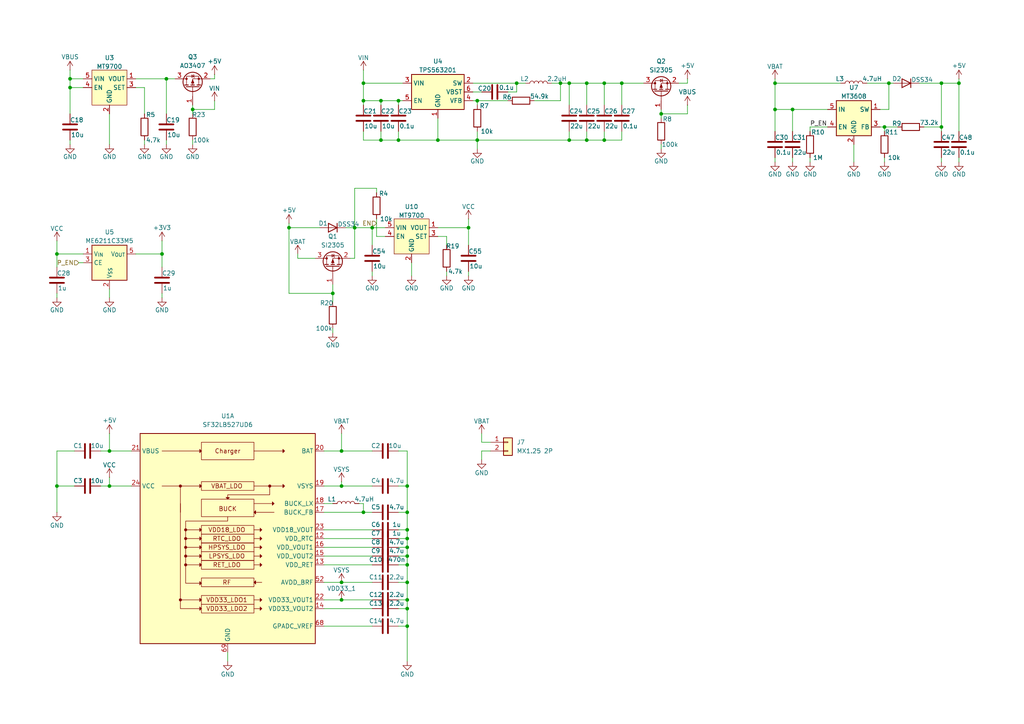
<source format=kicad_sch>
(kicad_sch (version 20231120) (generator "eeschema") (generator_version "8.0")
  (paper "A4")
  (junction (at 229.87 31.75))
  (junction (at 48.26 22.86))
  (junction (at 170.18 40.64))
  (junction (at 46.99 73.66))
  (junction (at 149.86 24.13))
  (junction (at 165.1 24.13))
  (junction (at 105.41 24.13))
  (junction (at 105.41 148.59))
  (junction (at 110.49 40.64))
  (junction (at 16.51 140.97))
  (junction (at 31.75 140.97))
  (junction (at 55.88 31.75))
  (junction (at 115.57 29.21))
  (junction (at 96.52 85.09))
  (junction (at 118.11 163.83))
  (junction (at 115.57 40.64))
  (junction (at 191.77 33.02))
  (junction (at 127 40.64))
  (junction (at 162.56 24.13))
  (junction (at 170.18 24.13))
  (junction (at 99.06 130.81))
  (junction (at 118.11 176.53))
  (junction (at 180.34 24.13))
  (junction (at 175.26 40.64))
  (junction (at 107.95 66.04))
  (junction (at 118.11 181.61))
  (junction (at 138.43 29.21))
  (junction (at 99.06 140.97))
  (junction (at 118.11 148.59))
  (junction (at 224.79 24.13))
  (junction (at 165.1 40.64))
  (junction (at 118.11 168.91))
  (junction (at 20.32 25.4))
  (junction (at 118.11 153.67))
  (junction (at 118.11 140.97))
  (junction (at 99.06 168.91))
  (junction (at 118.11 158.75))
  (junction (at 99.06 173.99))
  (junction (at 256.54 36.83))
  (junction (at 83.82 66.04))
  (junction (at 118.11 156.21))
  (junction (at 102.87 66.04))
  (junction (at 138.43 40.64))
  (junction (at 273.05 36.83))
  (junction (at 135.89 66.04))
  (junction (at 31.75 130.81))
  (junction (at 105.41 29.21))
  (junction (at 278.13 24.13))
  (junction (at 257.81 24.13))
  (junction (at 110.49 29.21))
  (junction (at 118.11 173.99))
  (junction (at 118.11 161.29))
  (junction (at 20.32 22.86))
  (junction (at 175.26 24.13))
  (junction (at 273.05 24.13))
  (junction (at 224.79 31.75))
  (junction (at 16.51 73.66))
  (wire (pts (xy 102.87 54.61) (xy 102.87 66.04)))
  (wire (pts (xy 234.95 36.83) (xy 240.03 36.83)))
  (wire (pts (xy 199.39 24.13) (xy 196.85 24.13)))
  (wire (pts (xy 147.32 26.67) (xy 149.86 26.67)))
  (wire (pts (xy 66.04 189.23) (xy 66.04 191.77)))
  (wire (pts (xy 135.89 63.5) (xy 135.89 66.04)))
  (wire (pts (xy 20.32 25.4) (xy 24.13 25.4)))
  (wire (pts (xy 102.87 66.04) (xy 102.87 74.93)))
  (wire (pts (xy 105.41 24.13) (xy 116.84 24.13)))
  (wire (pts (xy 118.11 153.67) (xy 118.11 156.21)))
  (wire (pts (xy 93.98 173.99) (xy 99.06 173.99)))
  (wire (pts (xy 127 68.58) (xy 129.54 68.58)))
  (wire (pts (xy 115.57 173.99) (xy 118.11 173.99)))
  (wire (pts (xy 116.84 29.21) (xy 115.57 29.21)))
  (wire (pts (xy 115.57 176.53) (xy 118.11 176.53)))
  (wire (pts (xy 138.43 29.21) (xy 147.32 29.21)))
  (wire (pts (xy 21.59 130.81) (xy 16.51 130.81)))
  (wire (pts (xy 105.41 38.1) (xy 105.41 40.64)))
  (wire (pts (xy 138.43 29.21) (xy 137.16 29.21)))
  (wire (pts (xy 46.99 73.66) (xy 46.99 77.47)))
  (wire (pts (xy 255.27 31.75) (xy 257.81 31.75)))
  (wire (pts (xy 180.34 24.13) (xy 180.34 30.48)))
  (wire (pts (xy 115.57 181.61) (xy 118.11 181.61)))
  (wire (pts (xy 170.18 24.13) (xy 165.1 24.13)))
  (wire (pts (xy 191.77 41.91) (xy 191.77 43.18)))
  (wire (pts (xy 105.41 40.64) (xy 110.49 40.64)))
  (wire (pts (xy 278.13 22.86) (xy 278.13 24.13)))
  (wire (pts (xy 138.43 38.1) (xy 138.43 40.64)))
  (wire (pts (xy 199.39 22.86) (xy 199.39 24.13)))
  (wire (pts (xy 110.49 40.64) (xy 115.57 40.64)))
  (wire (pts (xy 137.16 26.67) (xy 139.7 26.67)))
  (wire (pts (xy 83.82 66.04) (xy 92.71 66.04)))
  (wire (pts (xy 91.44 74.93) (xy 86.36 74.93)))
  (wire (pts (xy 273.05 24.13) (xy 266.7 24.13)))
  (wire (pts (xy 99.06 139.7) (xy 99.06 140.97)))
  (wire (pts (xy 104.14 146.05) (xy 105.41 146.05)))
  (wire (pts (xy 46.99 69.85) (xy 46.99 73.66)))
  (wire (pts (xy 170.18 24.13) (xy 170.18 30.48)))
  (wire (pts (xy 38.1 130.81) (xy 31.75 130.81)))
  (wire (pts (xy 165.1 38.1) (xy 165.1 40.64)))
  (wire (pts (xy 127 34.29) (xy 127 40.64)))
  (wire (pts (xy 115.57 158.75) (xy 118.11 158.75)))
  (wire (pts (xy 115.57 161.29) (xy 118.11 161.29)))
  (wire (pts (xy 93.98 176.53) (xy 107.95 176.53)))
  (wire (pts (xy 102.87 66.04) (xy 107.95 66.04)))
  (wire (pts (xy 99.06 168.91) (xy 107.95 168.91)))
  (wire (pts (xy 115.57 153.67) (xy 118.11 153.67)))
  (wire (pts (xy 31.75 138.43) (xy 31.75 140.97)))
  (wire (pts (xy 273.05 45.72) (xy 273.05 46.99)))
  (wire (pts (xy 109.22 55.88) (xy 109.22 54.61)))
  (wire (pts (xy 224.79 24.13) (xy 224.79 22.86)))
  (wire (pts (xy 93.98 146.05) (xy 96.52 146.05)))
  (wire (pts (xy 115.57 130.81) (xy 118.11 130.81)))
  (wire (pts (xy 278.13 45.72) (xy 278.13 46.99)))
  (wire (pts (xy 86.36 74.93) (xy 86.36 73.66)))
  (wire (pts (xy 273.05 36.83) (xy 273.05 24.13)))
  (wire (pts (xy 118.11 148.59) (xy 118.11 153.67)))
  (wire (pts (xy 138.43 40.64) (xy 165.1 40.64)))
  (wire (pts (xy 39.37 73.66) (xy 46.99 73.66)))
  (wire (pts (xy 93.98 156.21) (xy 107.95 156.21)))
  (wire (pts (xy 83.82 64.77) (xy 83.82 66.04)))
  (wire (pts (xy 39.37 22.86) (xy 48.26 22.86)))
  (wire (pts (xy 224.79 31.75) (xy 229.87 31.75)))
  (wire (pts (xy 96.52 82.55) (xy 96.52 85.09)))
  (wire (pts (xy 31.75 125.73) (xy 31.75 130.81)))
  (wire (pts (xy 118.11 181.61) (xy 118.11 191.77)))
  (wire (pts (xy 118.11 163.83) (xy 118.11 168.91)))
  (wire (pts (xy 229.87 31.75) (xy 229.87 38.1)))
  (wire (pts (xy 154.94 29.21) (xy 162.56 29.21)))
  (wire (pts (xy 110.49 29.21) (xy 105.41 29.21)))
  (wire (pts (xy 162.56 24.13) (xy 160.02 24.13)))
  (wire (pts (xy 175.26 24.13) (xy 175.26 30.48)))
  (wire (pts (xy 109.22 68.58) (xy 111.76 68.58)))
  (wire (pts (xy 99.06 130.81) (xy 107.95 130.81)))
  (wire (pts (xy 115.57 156.21) (xy 118.11 156.21)))
  (wire (pts (xy 20.32 40.64) (xy 20.32 41.91)))
  (wire (pts (xy 257.81 31.75) (xy 257.81 24.13)))
  (wire (pts (xy 127 40.64) (xy 138.43 40.64)))
  (wire (pts (xy 118.11 168.91) (xy 118.11 173.99)))
  (wire (pts (xy 93.98 153.67) (xy 107.95 153.67)))
  (wire (pts (xy 16.51 73.66) (xy 16.51 69.85)))
  (wire (pts (xy 119.38 76.2) (xy 119.38 80.01)))
  (wire (pts (xy 224.79 45.72) (xy 224.79 46.99)))
  (wire (pts (xy 48.26 22.86) (xy 50.8 22.86)))
  (wire (pts (xy 16.51 140.97) (xy 21.59 140.97)))
  (wire (pts (xy 256.54 36.83) (xy 256.54 38.1)))
  (wire (pts (xy 105.41 29.21) (xy 105.41 24.13)))
  (wire (pts (xy 20.32 20.32) (xy 20.32 22.86)))
  (wire (pts (xy 256.54 36.83) (xy 260.35 36.83)))
  (wire (pts (xy 162.56 29.21) (xy 162.56 24.13)))
  (wire (pts (xy 165.1 24.13) (xy 165.1 30.48)))
  (wire (pts (xy 20.32 22.86) (xy 24.13 22.86)))
  (wire (pts (xy 224.79 24.13) (xy 243.84 24.13)))
  (wire (pts (xy 110.49 29.21) (xy 110.49 30.48)))
  (wire (pts (xy 96.52 85.09) (xy 96.52 87.63)))
  (wire (pts (xy 138.43 40.64) (xy 138.43 43.18)))
  (wire (pts (xy 105.41 146.05) (xy 105.41 148.59)))
  (wire (pts (xy 165.1 40.64) (xy 170.18 40.64)))
  (wire (pts (xy 48.26 22.86) (xy 48.26 33.02)))
  (wire (pts (xy 110.49 38.1) (xy 110.49 40.64)))
  (wire (pts (xy 99.06 168.91) (xy 93.98 168.91)))
  (wire (pts (xy 115.57 29.21) (xy 115.57 30.48)))
  (wire (pts (xy 115.57 163.83) (xy 118.11 163.83)))
  (wire (pts (xy 255.27 36.83) (xy 256.54 36.83)))
  (wire (pts (xy 100.33 66.04) (xy 102.87 66.04)))
  (wire (pts (xy 138.43 30.48) (xy 138.43 29.21)))
  (wire (pts (xy 175.26 38.1) (xy 175.26 40.64)))
  (wire (pts (xy 149.86 26.67) (xy 149.86 24.13)))
  (wire (pts (xy 93.98 181.61) (xy 107.95 181.61)))
  (wire (pts (xy 129.54 68.58) (xy 129.54 71.12)))
  (wire (pts (xy 16.51 85.09) (xy 16.51 86.36)))
  (wire (pts (xy 234.95 36.83) (xy 234.95 38.1)))
  (wire (pts (xy 175.26 40.64) (xy 180.34 40.64)))
  (wire (pts (xy 247.65 41.91) (xy 247.65 46.99)))
  (wire (pts (xy 93.98 163.83) (xy 107.95 163.83)))
  (wire (pts (xy 180.34 24.13) (xy 175.26 24.13)))
  (wire (pts (xy 115.57 140.97) (xy 118.11 140.97)))
  (wire (pts (xy 149.86 24.13) (xy 137.16 24.13)))
  (wire (pts (xy 93.98 130.81) (xy 99.06 130.81)))
  (wire (pts (xy 118.11 130.81) (xy 118.11 140.97)))
  (wire (pts (xy 22.86 76.2) (xy 24.13 76.2)))
  (wire (pts (xy 31.75 83.82) (xy 31.75 86.36)))
  (wire (pts (xy 170.18 38.1) (xy 170.18 40.64)))
  (wire (pts (xy 118.11 140.97) (xy 118.11 148.59)))
  (wire (pts (xy 135.89 66.04) (xy 135.89 71.12)))
  (wire (pts (xy 267.97 36.83) (xy 273.05 36.83)))
  (wire (pts (xy 191.77 31.75) (xy 191.77 33.02)))
  (wire (pts (xy 46.99 85.09) (xy 46.99 86.36)))
  (wire (pts (xy 118.11 156.21) (xy 118.11 158.75)))
  (wire (pts (xy 165.1 24.13) (xy 162.56 24.13)))
  (wire (pts (xy 99.06 140.97) (xy 107.95 140.97)))
  (wire (pts (xy 273.05 36.83) (xy 273.05 38.1)))
  (wire (pts (xy 180.34 38.1) (xy 180.34 40.64)))
  (wire (pts (xy 109.22 63.5) (xy 109.22 68.58)))
  (wire (pts (xy 142.24 128.27) (xy 139.7 128.27)))
  (wire (pts (xy 41.91 25.4) (xy 41.91 33.02)))
  (wire (pts (xy 115.57 40.64) (xy 127 40.64)))
  (wire (pts (xy 129.54 78.74) (xy 129.54 80.01)))
  (wire (pts (xy 55.88 31.75) (xy 55.88 33.02)))
  (wire (pts (xy 180.34 24.13) (xy 186.69 24.13)))
  (wire (pts (xy 118.11 158.75) (xy 118.11 161.29)))
  (wire (pts (xy 62.23 29.21) (xy 62.23 31.75)))
  (wire (pts (xy 256.54 45.72) (xy 256.54 46.99)))
  (wire (pts (xy 20.32 25.4) (xy 20.32 33.02)))
  (wire (pts (xy 115.57 168.91) (xy 118.11 168.91)))
  (wire (pts (xy 107.95 66.04) (xy 111.76 66.04)))
  (wire (pts (xy 107.95 66.04) (xy 107.95 71.12)))
  (wire (pts (xy 105.41 29.21) (xy 105.41 30.48)))
  (wire (pts (xy 55.88 40.64) (xy 55.88 41.91)))
  (wire (pts (xy 55.88 30.48) (xy 55.88 31.75)))
  (wire (pts (xy 139.7 128.27) (xy 139.7 125.73)))
  (wire (pts (xy 93.98 140.97) (xy 99.06 140.97)))
  (wire (pts (xy 93.98 161.29) (xy 107.95 161.29)))
  (wire (pts (xy 83.82 66.04) (xy 83.82 85.09)))
  (wire (pts (xy 142.24 130.81) (xy 139.7 130.81)))
  (wire (pts (xy 99.06 125.73) (xy 99.06 130.81)))
  (wire (pts (xy 96.52 95.25) (xy 96.52 96.52)))
  (wire (pts (xy 118.11 173.99) (xy 118.11 176.53)))
  (wire (pts (xy 48.26 40.64) (xy 48.26 41.91)))
  (wire (pts (xy 83.82 85.09) (xy 96.52 85.09)))
  (wire (pts (xy 105.41 20.32) (xy 105.41 24.13)))
  (wire (pts (xy 229.87 46.99) (xy 229.87 45.72)))
  (wire (pts (xy 109.22 54.61) (xy 102.87 54.61)))
  (wire (pts (xy 175.26 24.13) (xy 170.18 24.13)))
  (wire (pts (xy 62.23 21.59) (xy 62.23 22.86)))
  (wire (pts (xy 257.81 24.13) (xy 259.08 24.13)))
  (wire (pts (xy 170.18 40.64) (xy 175.26 40.64)))
  (wire (pts (xy 38.1 140.97) (xy 31.75 140.97)))
  (wire (pts (xy 16.51 73.66) (xy 16.51 77.47)))
  (wire (pts (xy 55.88 31.75) (xy 62.23 31.75)))
  (wire (pts (xy 115.57 29.21) (xy 110.49 29.21)))
  (wire (pts (xy 99.06 173.99) (xy 107.95 173.99)))
  (wire (pts (xy 29.21 130.81) (xy 31.75 130.81)))
  (wire (pts (xy 16.51 130.81) (xy 16.51 140.97)))
  (wire (pts (xy 135.89 78.74) (xy 135.89 80.01)))
  (wire (pts (xy 93.98 158.75) (xy 107.95 158.75)))
  (wire (pts (xy 127 66.04) (xy 135.89 66.04)))
  (wire (pts (xy 31.75 33.02) (xy 31.75 41.91)))
  (wire (pts (xy 234.95 45.72) (xy 234.95 46.99)))
  (wire (pts (xy 224.79 31.75) (xy 224.79 24.13)))
  (wire (pts (xy 139.7 130.81) (xy 139.7 133.35)))
  (wire (pts (xy 257.81 24.13) (xy 251.46 24.13)))
  (wire (pts (xy 115.57 148.59) (xy 118.11 148.59)))
  (wire (pts (xy 102.87 74.93) (xy 101.6 74.93)))
  (wire (pts (xy 118.11 176.53) (xy 118.11 181.61)))
  (wire (pts (xy 16.51 73.66) (xy 24.13 73.66)))
  (wire (pts (xy 105.41 148.59) (xy 93.98 148.59)))
  (wire (pts (xy 278.13 38.1) (xy 278.13 24.13)))
  (wire (pts (xy 118.11 161.29) (xy 118.11 163.83)))
  (wire (pts (xy 105.41 148.59) (xy 107.95 148.59)))
  (wire (pts (xy 278.13 24.13) (xy 273.05 24.13)))
  (wire (pts (xy 62.23 22.86) (xy 60.96 22.86)))
  (wire (pts (xy 191.77 33.02) (xy 199.39 33.02)))
  (wire (pts (xy 199.39 30.48) (xy 199.39 33.02)))
  (wire (pts (xy 149.86 24.13) (xy 152.4 24.13)))
  (wire (pts (xy 224.79 38.1) (xy 224.79 31.75)))
  (wire (pts (xy 39.37 25.4) (xy 41.91 25.4)))
  (wire (pts (xy 20.32 22.86) (xy 20.32 25.4)))
  (wire (pts (xy 240.03 31.75) (xy 229.87 31.75)))
  (wire (pts (xy 16.51 140.97) (xy 16.51 148.59)))
  (wire (pts (xy 29.21 140.97) (xy 31.75 140.97)))
  (wire (pts (xy 107.95 78.74) (xy 107.95 80.01)))
  (wire (pts (xy 41.91 40.64) (xy 41.91 41.91)))
  (wire (pts (xy 191.77 33.02) (xy 191.77 34.29)))
  (wire (pts (xy 115.57 38.1) (xy 115.57 40.64)))
  (label "P_EN" (at 234.95 36.83 0))
  (hierarchical_label "P_EN" (shape input) (at 22.86 76.2 180))
  (hierarchical_label "EN" (shape input) (at 109.22 64.77 180))
  (symbol (lib_id "Device:C") (at 46.99 81.28 0) (unit 1)
    (property "Reference" "C29" (at 46.99 79.248 0) (effects (justify left)))
    (property "Value" "1u" (at 47.244 83.566 0) (effects (justify left)))
    (property "Footprint" "Capacitor_SMD:C_0402_1005Metric" (effects (hide yes)))
    (property "Description" "Unpolarized capacitor" (effects (hide yes)))
    (property "耐压" "25V" (effects (hide yes)))
  )
  (symbol (lib_id "Regulator_Linear:ME6211C33M5") (at 31.75 76.2 0) (unit 1)
    (property "Reference" "U5" (at 31.75 67.31 0))
    (property "Value" "ME6211C33M5" (at 31.75 69.85 0))
    (property "Footprint" "Package_TO_SOT_SMD:SOT-23-5" (effects (hide yes)))
    (property "Datasheet" "https://www.lcsc.com/datasheet/lcsc_datasheet_2304140030_MICRONE-Nanjing-Micro-One-Elec-ME6211C33R5G_C235316.pdf" (effects (hide yes)))
    (property "Description" "500mA low dropout linear regulator, shutdown pin, 6.5V max input voltage, 3.3V fixed positive output, SOT-23-5" (effects (hide yes)))
  )
  (symbol (lib_id "Device:R") (at 151.13 29.21 90) (unit 1)
    (property "Reference" "R6" (at 147.066 28.194 90))
    (property "Value" "54.9k" (at 156.464 27.94 90))
    (property "Footprint" "Resistor_SMD:R_0402_1005Metric" (effects (hide yes)))
    (property "Description" "Resistor" (effects (hide yes)))
  )
  (symbol (lib_id "Transistor_FET:AO3401A") (at 55.88 25.4 90) (unit 1)
    (property "Reference" "Q3" (at 55.88 16.51 90))
    (property "Value" "AO3407" (at 55.88 19.05 90))
    (property "Footprint" "Package_TO_SOT_SMD:SOT-23" (effects (hide yes)))
    (property "Datasheet" "http://www.aosmd.com/pdfs/datasheet/AO3401A.pdf" (effects (hide yes)))
    (property "Description" "-4.0A Id, -30V Vds, P-Channel MOSFET, SOT-23" (effects (hide yes)))
  )
  (symbol (lib_id "power:GND") (at 278.13 46.99 0) (unit 1)
    (property "Reference" "#PWR060" (effects (hide yes)))
    (property "Value" "GND" (at 278.13 50.546 0))
    (property "Description" "Power symbol creates a global label with name \"GND\" , ground" (effects (hide yes)))
  )
  (symbol (lib_id "Device:C") (at 20.32 36.83 0) (unit 1)
    (property "Reference" "C18" (at 20.32 34.798 0) (effects (justify left)))
    (property "Value" "10u" (at 20.574 39.116 0) (effects (justify left)))
    (property "Footprint" "Capacitor_SMD:C_0402_1005Metric" (effects (hide yes)))
    (property "Description" "Unpolarized capacitor" (effects (hide yes)))
    (property "耐压" "10V" (effects (hide yes)))
  )
  (symbol (lib_id "Device:C") (at 111.76 156.21 90) (unit 1)
    (property "Reference" "C7" (at 108.966 154.686 90))
    (property "Value" "1u" (at 115.062 154.686 90))
    (property "Footprint" "Capacitor_SMD:C_0402_1005Metric" (effects (hide yes)))
    (property "Description" "Unpolarized capacitor" (effects (hide yes)))
    (property "耐压" "6.3V" (effects (hide yes)))
  )
  (symbol (lib_id "Regulator_Switching:MT3608") (at 247.65 34.29 0) (unit 1)
    (property "Reference" "U7" (at 247.65 25.4 0))
    (property "Value" "MT3608" (at 247.65 27.94 0))
    (property "Footprint" "Package_TO_SOT_SMD:SOT-23-6" (effects (hide yes)))
    (property "Datasheet" "https://www.olimex.com/Products/Breadboarding/BB-PWR-3608/resources/MT3608.pdf" (effects (hide yes)))
    (property "Description" "High Efficiency 1.2MHz 2A Step Up Converter, 2-24V Vin, 28V Vout, 4A current limit, 1.2MHz, SOT23-6" (effects (hide yes)))
  )
  (symbol (lib_name "GND_1") (lib_id "power:GND") (at 66.04 191.77 0) (unit 1)
    (property "Reference" "#PWR014" (effects (hide yes)))
    (property "Value" "GND" (at 66.04 195.58 0))
    (property "Description" "Power symbol creates a global label with name \"GND\" , ground" (effects (hide yes)))
  )
  (symbol (lib_id "Device:C") (at 115.57 34.29 0) (unit 1)
    (property "Reference" "C23" (at 115.57 32.258 0) (effects (justify left)))
    (property "Value" "0.1u" (at 115.824 36.576 0) (effects (justify left)))
    (property "Footprint" "Capacitor_SMD:C_0402_1005Metric" (effects (hide yes)))
    (property "Description" "Unpolarized capacitor" (effects (hide yes)))
    (property "耐压" "25V" (effects (hide yes)))
  )
  (symbol (lib_id "Device:C") (at 111.76 153.67 90) (unit 1)
    (property "Reference" "C6" (at 108.966 152.146 90))
    (property "Value" "1u" (at 115.062 152.146 90))
    (property "Footprint" "Capacitor_SMD:C_0402_1005Metric" (effects (hide yes)))
    (property "Description" "Unpolarized capacitor" (effects (hide yes)))
    (property "耐压" "6.3V" (effects (hide yes)))
  )
  (symbol (lib_id "Device:L") (at 156.21 24.13 90) (unit 1)
    (property "Reference" "L2" (at 152.146 22.86 90))
    (property "Value" "2.2uH" (at 161.544 22.86 90))
    (property "Footprint" "Inductor_SMD:L_Sunlord_SWPA4020S" (effects (hide yes)))
    (property "Description" "Inductor" (effects (hide yes)))
  )
  (symbol (lib_id "Device:C") (at 165.1 34.29 0) (unit 1)
    (property "Reference" "C24" (at 165.1 32.258 0) (effects (justify left)))
    (property "Value" "22u" (at 165.354 36.576 0) (effects (justify left)))
    (property "Footprint" "Capacitor_SMD:C_0603_1608Metric" (effects (hide yes)))
    (property "Description" "Unpolarized capacitor" (effects (hide yes)))
    (property "耐压" "10V" (effects (hide yes)))
  )
  (symbol (lib_id "Device:C") (at 111.76 176.53 90) (unit 1)
    (property "Reference" "C13" (at 108.966 175.006 90))
    (property "Value" "2.2u" (at 115.062 175.006 90))
    (property "Footprint" "Capacitor_SMD:C_0402_1005Metric" (effects (hide yes)))
    (property "Description" "Unpolarized capacitor" (effects (hide yes)))
    (property "耐压" "10V" (effects (hide yes)))
  )
  (symbol (lib_id "Device:C") (at 111.76 173.99 90) (unit 1)
    (property "Reference" "C12" (at 108.966 172.466 90))
    (property "Value" "2.2u" (at 115.062 172.466 90))
    (property "Footprint" "Capacitor_SMD:C_0402_1005Metric" (effects (hide yes)))
    (property "Description" "Unpolarized capacitor" (effects (hide yes)))
    (property "耐压" "10V" (effects (hide yes)))
  )
  (symbol (lib_id "Device:R") (at 96.52 91.44 0) (unit 1)
    (property "Reference" "R20" (at 94.742 87.884 0))
    (property "Value" "100k" (at 93.98 95.25 0))
    (property "Footprint" "Resistor_SMD:R_0402_1005Metric" (effects (hide yes)))
    (property "Description" "Resistor" (effects (hide yes)))
  )
  (symbol (lib_id "Device:C") (at 111.76 140.97 90) (unit 1)
    (property "Reference" "C4" (at 108.966 139.446 90))
    (property "Value" "4.7u" (at 115.062 139.446 90))
    (property "Footprint" "Capacitor_SMD:C_0402_1005Metric" (effects (hide yes)))
    (property "Description" "Unpolarized capacitor" (effects (hide yes)))
    (property "耐压" "6.3V" (effects (hide yes)))
  )
  (symbol (lib_name "GND_1") (lib_id "power:GND") (at 118.11 191.77 0) (unit 1)
    (property "Reference" "#PWR015" (effects (hide yes)))
    (property "Value" "GND" (at 118.11 195.58 0))
    (property "Description" "Power symbol creates a global label with name \"GND\" , ground" (effects (hide yes)))
  )
  (symbol (lib_id "Device:C") (at 111.76 130.81 90) (unit 1)
    (property "Reference" "C2" (at 108.966 129.286 90))
    (property "Value" "10u" (at 114.554 129.286 90))
    (property "Footprint" "Capacitor_SMD:C_0402_1005Metric" (effects (hide yes)))
    (property "Description" "Unpolarized capacitor" (effects (hide yes)))
    (property "耐压" "10V" (effects (hide yes)))
  )
  (symbol (lib_name "+5V_1") (lib_id "power:+5V") (at 278.13 22.86 0) (unit 1)
    (property "Reference" "#PWR038" (effects (hide yes)))
    (property "Value" "+5V" (at 278.13 19.05 0))
    (property "Description" "Power symbol creates a global label with name \"+5V\"" (effects (hide yes)))
  )
  (symbol (lib_id "Device:C") (at 48.26 36.83 0) (unit 1)
    (property "Reference" "C19" (at 48.26 34.798 0) (effects (justify left)))
    (property "Value" "10u" (at 48.514 39.116 0) (effects (justify left)))
    (property "Footprint" "Capacitor_SMD:C_0402_1005Metric" (effects (hide yes)))
    (property "Description" "Unpolarized capacitor" (effects (hide yes)))
    (property "耐压" "10V" (effects (hide yes)))
  )
  (symbol (lib_id "Device:C") (at 111.76 161.29 90) (unit 1)
    (property "Reference" "C9" (at 108.966 159.766 90))
    (property "Value" "4.7u" (at 115.062 159.766 90))
    (property "Footprint" "Capacitor_SMD:C_0402_1005Metric" (effects (hide yes)))
    (property "Description" "Unpolarized capacitor" (effects (hide yes)))
    (property "耐压" "6.3V" (effects (hide yes)))
  )
  (symbol (lib_id "power:GND") (at 119.38 80.01 0) (unit 1)
    (property "Reference" "#PWR075" (effects (hide yes)))
    (property "Value" "GND" (at 119.38 83.566 0))
    (property "Description" "Power symbol creates a global label with name \"GND\" , ground" (effects (hide yes)))
  )
  (symbol (lib_id "power:GND") (at 138.43 43.18 0) (unit 1)
    (property "Reference" "#PWR035" (effects (hide yes)))
    (property "Value" "GND" (at 138.43 46.736 0))
    (property "Description" "Power symbol creates a global label with name \"GND\" , ground" (effects (hide yes)))
  )
  (symbol (lib_id "Connector_Generic:Conn_01x02") (at 147.32 128.27 0) (unit 1)
    (property "Reference" "J7" (at 149.86 128.2699 0) (effects (justify left)))
    (property "Value" "MX1.25 2P" (at 149.86 130.8099 0) (effects (justify left)))
    (property "Footprint" "Connector_JST:JST_GH_SM02B-GHS-TB_1x02-1MP_P1.25mm_Horizontal" (effects (hide yes)))
    (property "Description" "Generic connector, single row, 01x02, script generated (kicad-library-utils/schlib/autogen/connector/)" (effects (hide yes)))
  )
  (symbol (lib_id "Device:C") (at 25.4 130.81 90) (unit 1)
    (property "Reference" "C1" (at 22.606 129.286 90))
    (property "Value" "10u" (at 28.194 129.286 90))
    (property "Footprint" "Capacitor_SMD:C_0402_1005Metric" (effects (hide yes)))
    (property "Description" "Unpolarized capacitor" (effects (hide yes)))
    (property "耐压" "10V" (effects (hide yes)))
  )
  (symbol (lib_id "Device:D") (at 96.52 66.04 180) (unit 1)
    (property "Reference" "D1" (at 93.726 64.77 0))
    (property "Value" "DSS34" (at 101.092 65.024 0))
    (property "Footprint" "Diode_SMD:D_SOD-123F" (effects (hide yes)))
    (property "Description" "Diode" (effects (hide yes)))
    (property "Sim.Device" "D" (effects (hide yes)))
    (property "Sim.Pins" "1=K 2=A" (effects (hide yes)))
    (property "LCSC" "C511866" (effects (hide yes)))
  )
  (symbol (lib_id "power:GND") (at 234.95 46.99 0) (unit 1)
    (property "Reference" "#PWR056" (effects (hide yes)))
    (property "Value" "GND" (at 234.95 50.546 0))
    (property "Description" "Power symbol creates a global label with name \"GND\" , ground" (effects (hide yes)))
  )
  (symbol (lib_id "power:GND") (at 16.51 86.36 0) (unit 1)
    (property "Reference" "#PWR041" (effects (hide yes)))
    (property "Value" "GND" (at 16.51 89.916 0))
    (property "Description" "Power symbol creates a global label with name \"GND\" , ground" (effects (hide yes)))
  )
  (symbol (lib_id "power:GND") (at 273.05 46.99 0) (unit 1)
    (property "Reference" "#PWR059" (effects (hide yes)))
    (property "Value" "GND" (at 273.05 50.546 0))
    (property "Description" "Power symbol creates a global label with name \"GND\" , ground" (effects (hide yes)))
  )
  (symbol (lib_id "Device:L") (at 100.33 146.05 90) (unit 1)
    (property "Reference" "L1" (at 96.266 144.78 90))
    (property "Value" "4.7uH" (at 105.664 144.78 90))
    (property "Footprint" "Inductor_SMD:L_Murata_DFE201610P" (effects (hide yes)))
    (property "Description" "Inductor" (effects (hide yes)))
  )
  (symbol (lib_id "Device:C") (at 25.4 140.97 90) (unit 1)
    (property "Reference" "C3" (at 22.606 139.446 90))
    (property "Value" "10u" (at 28.194 139.446 90))
    (property "Footprint" "Capacitor_SMD:C_0402_1005Metric" (effects (hide yes)))
    (property "Description" "Unpolarized capacitor" (effects (hide yes)))
    (property "耐压" "10V" (effects (hide yes)))
  )
  (symbol (lib_id "power:GND") (at 256.54 46.99 0) (unit 1)
    (property "Reference" "#PWR058" (effects (hide yes)))
    (property "Value" "GND" (at 256.54 50.546 0))
    (property "Description" "Power symbol creates a global label with name \"GND\" , ground" (effects (hide yes)))
  )
  (symbol (lib_name "GND_1") (lib_id "power:GND") (at 16.51 148.59 0) (unit 1)
    (property "Reference" "#PWR010" (effects (hide yes)))
    (property "Value" "GND" (at 16.51 152.4 0))
    (property "Description" "Power symbol creates a global label with name \"GND\" , ground" (effects (hide yes)))
  )
  (symbol (lib_id "My Power:VBAT") (at 86.36 73.66 0) (unit 1) (in_bom no) (on_board no)
    (property "Reference" "#PWR025" (effects (hide yes)))
    (property "Value" "VBAT" (at 86.36 70.104 0))
  )
  (symbol (lib_id "Device:L") (at 247.65 24.13 90) (unit 1)
    (property "Reference" "L3" (at 243.586 22.86 90))
    (property "Value" "4.7uH" (at 252.984 22.86 90))
    (property "Footprint" "Inductor_SMD:L_Sunlord_SWPA4020S" (effects (hide yes)))
    (property "Description" "Inductor" (effects (hide yes)))
  )
  (symbol (lib_id "power:GND") (at 31.75 41.91 0) (unit 1)
    (property "Reference" "#PWR029" (effects (hide yes)))
    (property "Value" "GND" (at 31.75 45.466 0))
    (property "Description" "Power symbol creates a global label with name \"GND\" , ground" (effects (hide yes)))
  )
  (symbol (lib_id "power:GND") (at 31.75 86.36 0) (unit 1)
    (property "Reference" "#PWR042" (effects (hide yes)))
    (property "Value" "GND" (at 31.75 89.916 0))
    (property "Description" "Power symbol creates a global label with name \"GND\" , ground" (effects (hide yes)))
  )
  (symbol (lib_id "power:VBUS") (at 199.39 30.48 0) (unit 1)
    (property "Reference" "#PWR034" (effects (hide yes)))
    (property "Value" "VBUS" (at 199.39 26.67 0))
    (property "Description" "Power symbol creates a global label with name \"VBUS\"" (effects (hide yes)))
  )
  (symbol (lib_id "power:+VSW") (at 99.06 168.91 0) (unit 1)
    (property "Reference" "#PWR011" (effects (hide yes)))
    (property "Value" "VSYS" (at 99.06 165.354 0))
    (property "Description" "Power symbol creates a global label with name \"+VSW\"" (effects (hide yes)))
  )
  (symbol (lib_id "power:GND") (at 107.95 80.01 0) (unit 1)
    (property "Reference" "#PWR028" (effects (hide yes)))
    (property "Value" "GND" (at 107.95 83.566 0))
    (property "Description" "Power symbol creates a global label with name \"GND\" , ground" (effects (hide yes)))
  )
  (symbol (lib_id "Device:Q_PMOS_GSD") (at 191.77 26.67 90) (unit 1)
    (property "Reference" "Q2" (at 191.77 17.78 90))
    (property "Value" "SI2305" (at 191.77 20.32 90))
    (property "Footprint" "Package_TO_SOT_SMD:SOT-23" (effects (hide yes)))
    (property "Description" "P-MOSFET transistor, gate/source/drain" (effects (hide yes)))
  )
  (symbol (lib_id "Device:C") (at 107.95 74.93 0) (unit 1)
    (property "Reference" "C54" (at 107.95 72.898 0) (effects (justify left)))
    (property "Value" "10u" (at 108.204 77.216 0) (effects (justify left)))
    (property "Footprint" "Capacitor_SMD:C_0402_1005Metric" (effects (hide yes)))
    (property "Description" "Unpolarized capacitor" (effects (hide yes)))
    (property "耐压" "25V" (effects (hide yes)))
  )
  (symbol (lib_id "Device:C") (at 175.26 34.29 0) (unit 1)
    (property "Reference" "C26" (at 175.26 32.258 0) (effects (justify left)))
    (property "Value" "22u" (at 175.514 36.576 0) (effects (justify left)))
    (property "Footprint" "Capacitor_SMD:C_0603_1608Metric" (effects (hide yes)))
    (property "Description" "Unpolarized capacitor" (effects (hide yes)))
    (property "耐压" "10V" (effects (hide yes)))
  )
  (symbol (lib_id "Device:C") (at 229.87 41.91 0) (unit 1)
    (property "Reference" "C31" (at 229.87 39.878 0) (effects (justify left)))
    (property "Value" "22u" (at 230.124 44.196 0) (effects (justify left)))
    (property "Footprint" "Capacitor_SMD:C_0603_1608Metric" (effects (hide yes)))
    (property "Description" "Unpolarized capacitor" (effects (hide yes)))
    (property "耐压" "10V" (effects (hide yes)))
  )
  (symbol (lib_id "My Power:VBAT") (at 139.7 125.73 0) (unit 1) (in_bom no) (on_board no)
    (property "Reference" "#PWR072" (effects (hide yes)))
    (property "Value" "VBAT" (at 139.7 122.174 0))
  )
  (symbol (lib_id "Load Switch:MT9700") (at 31.75 25.4 0) (unit 1)
    (property "Reference" "U3" (at 31.75 16.764 0))
    (property "Value" "MT9700" (at 31.75 19.304 0))
    (property "Footprint" "Package_TO_SOT_SMD:SOT-23-5" (effects (hide yes)))
  )
  (symbol (lib_id "power:GND") (at 191.77 43.18 0) (unit 1)
    (property "Reference" "#PWR036" (effects (hide yes)))
    (property "Value" "GND" (at 191.77 46.736 0))
    (property "Description" "Power symbol creates a global label with name \"GND\" , ground" (effects (hide yes)))
  )
  (symbol (lib_id "Device:C") (at 111.76 181.61 90) (unit 1)
    (property "Reference" "C14" (at 108.966 180.086 90))
    (property "Value" "4.7u" (at 115.062 180.086 90))
    (property "Footprint" "Capacitor_SMD:C_0402_1005Metric" (effects (hide yes)))
    (property "Description" "Unpolarized capacitor" (effects (hide yes)))
    (property "耐压" "6.3V" (effects (hide yes)))
  )
  (symbol (lib_id "Device:C") (at 170.18 34.29 0) (unit 1)
    (property "Reference" "C25" (at 170.18 32.258 0) (effects (justify left)))
    (property "Value" "22u" (at 170.434 36.576 0) (effects (justify left)))
    (property "Footprint" "Capacitor_SMD:C_0603_1608Metric" (effects (hide yes)))
    (property "Description" "Unpolarized capacitor" (effects (hide yes)))
    (property "耐压" "10V" (effects (hide yes)))
  )
  (symbol (lib_id "power:VBUS") (at 20.32 20.32 0) (unit 1)
    (property "Reference" "#PWR022" (effects (hide yes)))
    (property "Value" "VBUS" (at 20.32 16.51 0))
    (property "Description" "Power symbol creates a global label with name \"VBUS\"" (effects (hide yes)))
  )
  (symbol (lib_name "VCC_1") (lib_id "power:VCC") (at 135.89 63.5 0) (unit 1)
    (property "Reference" "#PWR023" (effects (hide yes)))
    (property "Value" "VCC" (at 135.89 59.944 0))
    (property "Description" "Power symbol creates a global label with name \"VCC\"" (effects (hide yes)))
  )
  (symbol (lib_id "Device:R") (at 138.43 34.29 0) (unit 1)
    (property "Reference" "R7" (at 140.462 30.734 0))
    (property "Value" "10k" (at 141.224 38.1 0))
    (property "Footprint" "Resistor_SMD:R_0402_1005Metric" (effects (hide yes)))
    (property "Description" "Resistor" (effects (hide yes)))
  )
  (symbol (lib_id "power:GND") (at 135.89 80.01 0) (unit 1)
    (property "Reference" "#PWR077" (effects (hide yes)))
    (property "Value" "GND" (at 135.89 83.566 0))
    (property "Description" "Power symbol creates a global label with name \"GND\" , ground" (effects (hide yes)))
  )
  (symbol (lib_id "Device:C") (at 273.05 41.91 0) (unit 1)
    (property "Reference" "C47" (at 273.05 39.878 0) (effects (justify left)))
    (property "Value" "22u" (at 273.304 44.196 0) (effects (justify left)))
    (property "Footprint" "Capacitor_SMD:C_0603_1608Metric" (effects (hide yes)))
    (property "Description" "Unpolarized capacitor" (effects (hide yes)))
    (property "耐压" "10V" (effects (hide yes)))
  )
  (symbol (lib_id "Device:R") (at 191.77 38.1 0) (mirror y) (unit 1)
    (property "Reference" "R8" (at 193.548 34.544 0))
    (property "Value" "100k" (at 194.31 41.91 0))
    (property "Footprint" "Resistor_SMD:R_0402_1005Metric" (effects (hide yes)))
    (property "Description" "Resistor" (effects (hide yes)))
  )
  (symbol (lib_id "Device:C") (at 135.89 74.93 0) (unit 1)
    (property "Reference" "C55" (at 135.89 72.898 0) (effects (justify left)))
    (property "Value" "10u" (at 136.144 77.216 0) (effects (justify left)))
    (property "Footprint" "Capacitor_SMD:C_0402_1005Metric" (effects (hide yes)))
    (property "Description" "Unpolarized capacitor" (effects (hide yes)))
    (property "耐压" "25V" (effects (hide yes)))
  )
  (symbol (lib_id "Device:C") (at 278.13 41.91 0) (unit 1)
    (property "Reference" "C48" (at 278.13 39.878 0) (effects (justify left)))
    (property "Value" "0.1u" (at 278.384 44.196 0) (effects (justify left)))
    (property "Footprint" "Capacitor_SMD:C_0402_1005Metric" (effects (hide yes)))
    (property "Description" "Unpolarized capacitor" (effects (hide yes)))
    (property "耐压" "25V" (effects (hide yes)))
  )
  (symbol (lib_id "Device:R") (at 256.54 41.91 0) (unit 1)
    (property "Reference" "R11" (at 258.572 38.354 0))
    (property "Value" "10k" (at 259.334 45.72 0))
    (property "Footprint" "Resistor_SMD:R_0402_1005Metric" (effects (hide yes)))
    (property "Description" "Resistor" (effects (hide yes)))
  )
  (symbol (lib_id "power:GND") (at 48.26 41.91 0) (unit 1)
    (property "Reference" "#PWR031" (effects (hide yes)))
    (property "Value" "GND" (at 48.26 45.466 0))
    (property "Description" "Power symbol creates a global label with name \"GND\" , ground" (effects (hide yes)))
  )
  (symbol (lib_id "Device:C") (at 224.79 41.91 0) (unit 1)
    (property "Reference" "C30" (at 224.79 39.878 0) (effects (justify left)))
    (property "Value" "0.1u" (at 225.044 44.196 0) (effects (justify left)))
    (property "Footprint" "Capacitor_SMD:C_0402_1005Metric" (effects (hide yes)))
    (property "Description" "Unpolarized capacitor" (effects (hide yes)))
    (property "耐压" "25V" (effects (hide yes)))
  )
  (symbol (lib_id "My Power:VBAT") (at 99.06 125.73 0) (unit 1) (in_bom no) (on_board no)
    (property "Reference" "#PWR07" (effects (hide yes)))
    (property "Value" "VBAT" (at 99.06 122.174 0))
  )
  (symbol (lib_id "power:GND") (at 224.79 46.99 0) (unit 1)
    (property "Reference" "#PWR044" (effects (hide yes)))
    (property "Value" "GND" (at 224.79 50.546 0))
    (property "Description" "Power symbol creates a global label with name \"GND\" , ground" (effects (hide yes)))
  )
  (symbol (lib_name "+5V_1") (lib_id "power:+5V") (at 31.75 125.73 0) (unit 1)
    (property "Reference" "#PWR06" (effects (hide yes)))
    (property "Value" "+5V" (at 31.75 121.92 0))
    (property "Description" "Power symbol creates a global label with name \"+5V\"" (effects (hide yes)))
  )
  (symbol (lib_name "SF32LB52xUx_1") (lib_id "MCU_SIFLI:SF32LB52xUx") (at 66.04 156.21 0) (unit 1)
    (property "Reference" "U1" (at 66.04 120.65 0))
    (property "Value" "SF32LB527UD6" (at 66.04 123.19 0))
    (property "Footprint" "Package_DFN_QFN:ArtInChip_QFN-68-1EP_7x7mm_P0.35mm_EP5.49x5.49mm" (effects (hide yes)))
    (property "Description" "SiFli MCU, STAR-MC1 core, 512k SRAM, bnuilt-in li-on battery charger, -40~105" (effects (hide yes)))
  )
  (symbol (lib_id "Device:D") (at 262.89 24.13 180) (unit 1)
    (property "Reference" "D2" (at 260.096 22.86 0))
    (property "Value" "DSS34" (at 267.462 23.114 0))
    (property "Footprint" "Diode_SMD:D_SOD-123F" (effects (hide yes)))
    (property "Description" "Diode" (effects (hide yes)))
    (property "Sim.Device" "D" (effects (hide yes)))
    (property "Sim.Pins" "1=K 2=A" (effects (hide yes)))
    (property "LCSC" "C511866" (effects (hide yes)))
  )
  (symbol (lib_id "power:VBUS") (at 105.41 20.32 0) (unit 1)
    (property "Reference" "#PWR032" (effects (hide yes)))
    (property "Value" "VIN" (at 105.41 16.764 0))
    (property "Description" "Power symbol creates a global label with name \"VBUS\"" (effects (hide yes)))
  )
  (symbol (lib_id "Device:R") (at 109.22 59.69 0) (unit 1)
    (property "Reference" "R4" (at 111.252 56.134 0))
    (property "Value" "10k" (at 112.014 63.5 0))
    (property "Footprint" "Resistor_SMD:R_0402_1005Metric" (effects (hide yes)))
    (property "Description" "Resistor" (effects (hide yes)))
  )
  (symbol (lib_id "power:GND") (at 229.87 46.99 0) (unit 1)
    (property "Reference" "#PWR045" (effects (hide yes)))
    (property "Value" "GND" (at 229.87 50.546 0))
    (property "Description" "Power symbol creates a global label with name \"GND\" , ground" (effects (hide yes)))
  )
  (symbol (lib_name "+3V3_1") (lib_id "power:+3V3") (at 46.99 69.85 0) (unit 1)
    (property "Reference" "#PWR040" (effects (hide yes)))
    (property "Value" "+3V3" (at 46.99 66.04 0))
    (property "Description" "Power symbol creates a global label with name \"+3V3\"" (effects (hide yes)))
  )
  (symbol (lib_id "Device:C") (at 110.49 34.29 0) (unit 1)
    (property "Reference" "C22" (at 110.49 32.258 0) (effects (justify left)))
    (property "Value" "10u" (at 110.744 36.576 0) (effects (justify left)))
    (property "Footprint" "Capacitor_SMD:C_0603_1608Metric" (effects (hide yes)))
    (property "Description" "Unpolarized capacitor" (effects (hide yes)))
    (property "耐压" "25V" (effects (hide yes)))
  )
  (symbol (lib_name "GND_1") (lib_id "power:GND") (at 139.7 133.35 0) (unit 1)
    (property "Reference" "#PWR082" (effects (hide yes)))
    (property "Value" "GND" (at 139.7 137.16 0))
    (property "Description" "Power symbol creates a global label with name \"GND\" , ground" (effects (hide yes)))
  )
  (symbol (lib_id "Device:C") (at 16.51 81.28 0) (unit 1)
    (property "Reference" "C28" (at 16.51 79.248 0) (effects (justify left)))
    (property "Value" "1u" (at 16.764 83.566 0) (effects (justify left)))
    (property "Footprint" "Capacitor_SMD:C_0402_1005Metric" (effects (hide yes)))
    (property "Description" "Unpolarized capacitor" (effects (hide yes)))
    (property "耐压" "25V" (effects (hide yes)))
  )
  (symbol (lib_id "power:GND") (at 55.88 41.91 0) (unit 1)
    (property "Reference" "#PWR083" (effects (hide yes)))
    (property "Value" "GND" (at 55.88 45.466 0))
    (property "Description" "Power symbol creates a global label with name \"GND\" , ground" (effects (hide yes)))
  )
  (symbol (lib_name "VCC_1") (lib_id "power:VCC") (at 31.75 138.43 0) (unit 1)
    (property "Reference" "#PWR08" (effects (hide yes)))
    (property "Value" "VCC" (at 31.75 134.874 0))
    (property "Description" "Power symbol creates a global label with name \"VCC\"" (effects (hide yes)))
  )
  (symbol (lib_id "Device:C") (at 105.41 34.29 0) (unit 1)
    (property "Reference" "C21" (at 105.41 32.258 0) (effects (justify left)))
    (property "Value" "10u" (at 105.664 36.576 0) (effects (justify left)))
    (property "Footprint" "Capacitor_SMD:C_0603_1608Metric" (effects (hide yes)))
    (property "Description" "Unpolarized capacitor" (effects (hide yes)))
    (property "耐压" "25V" (effects (hide yes)))
  )
  (symbol (lib_id "Regulator_Switching:TPS563200") (at 127 26.67 0) (unit 1)
    (property "Reference" "U4" (at 127 17.78 0))
    (property "Value" "TPS563201" (at 127 20.32 0))
    (property "Footprint" "Package_TO_SOT_SMD:SOT-23-6" (effects (hide yes)))
    (property "Datasheet" "http://www.ti.com/lit/ds/symlink/tps563200.pdf" (effects (hide yes)))
    (property "Description" "3A Synchronous Step-Down Voltage Regulator, Adjustable Output Voltage, 4.5-17V Input Voltage, SOT-23-6" (effects (hide yes)))
  )
  (symbol (lib_id "power:+VSW") (at 99.06 139.7 0) (unit 1)
    (property "Reference" "#PWR09" (effects (hide yes)))
    (property "Value" "VSYS" (at 99.06 136.144 0))
    (property "Description" "Power symbol creates a global label with name \"+VSW\"" (effects (hide yes)))
  )
  (symbol (lib_id "power:GND") (at 41.91 41.91 0) (unit 1)
    (property "Reference" "#PWR030" (effects (hide yes)))
    (property "Value" "GND" (at 41.91 45.466 0))
    (property "Description" "Power symbol creates a global label with name \"GND\" , ground" (effects (hide yes)))
  )
  (symbol (lib_id "power:GND") (at 96.52 96.52 0) (unit 1)
    (property "Reference" "#PWR078" (effects (hide yes)))
    (property "Value" "GND" (at 96.52 100.076 0))
    (property "Description" "Power symbol creates a global label with name \"GND\" , ground" (effects (hide yes)))
  )
  (symbol (lib_id "power:GND") (at 20.32 41.91 0) (unit 1)
    (property "Reference" "#PWR027" (effects (hide yes)))
    (property "Value" "GND" (at 20.32 45.466 0))
    (property "Description" "Power symbol creates a global label with name \"GND\" , ground" (effects (hide yes)))
  )
  (symbol (lib_id "Device:C") (at 111.76 158.75 90) (unit 1)
    (property "Reference" "C8" (at 108.966 157.226 90))
    (property "Value" "4.7u" (at 115.062 157.226 90))
    (property "Footprint" "Capacitor_SMD:C_0402_1005Metric" (effects (hide yes)))
    (property "Description" "Unpolarized capacitor" (effects (hide yes)))
    (property "耐压" "6.3V" (effects (hide yes)))
  )
  (symbol (lib_id "Load Switch:MT9700") (at 119.38 68.58 0) (unit 1)
    (property "Reference" "U10" (at 119.38 59.944 0))
    (property "Value" "MT9700" (at 119.38 62.484 0))
    (property "Footprint" "Package_TO_SOT_SMD:SOT-23-5" (effects (hide yes)))
  )
  (symbol (lib_id "Device:C") (at 143.51 26.67 90) (unit 1)
    (property "Reference" "C20" (at 142.494 25.654 90) (effects (justify left)))
    (property "Value" "0.1u" (at 149.098 25.4 90) (effects (justify left)))
    (property "Footprint" "Capacitor_SMD:C_0402_1005Metric" (effects (hide yes)))
    (property "Description" "Unpolarized capacitor" (effects (hide yes)))
    (property "耐压" "25V" (effects (hide yes)))
  )
  (symbol (lib_name "VCC_1") (lib_id "power:VCC") (at 16.51 69.85 0) (unit 1)
    (property "Reference" "#PWR039" (effects (hide yes)))
    (property "Value" "VCC" (at 16.51 66.294 0))
    (property "Description" "Power symbol creates a global label with name \"VCC\"" (effects (hide yes)))
  )
  (symbol (lib_id "power:GND") (at 247.65 46.99 0) (unit 1)
    (property "Reference" "#PWR057" (effects (hide yes)))
    (property "Value" "GND" (at 247.65 50.546 0))
    (property "Description" "Power symbol creates a global label with name \"GND\" , ground" (effects (hide yes)))
  )
  (symbol (lib_id "power:GND") (at 46.99 86.36 0) (unit 1)
    (property "Reference" "#PWR043" (effects (hide yes)))
    (property "Value" "GND" (at 46.99 89.916 0))
    (property "Description" "Power symbol creates a global label with name \"GND\" , ground" (effects (hide yes)))
  )
  (symbol (lib_id "Device:R") (at 41.91 36.83 0) (mirror y) (unit 1)
    (property "Reference" "R5" (at 43.688 33.274 0))
    (property "Value" "4.7k" (at 44.45 40.64 0))
    (property "Footprint" "Resistor_SMD:R_0402_1005Metric" (effects (hide yes)))
    (property "Description" "Resistor" (effects (hide yes)))
  )
  (symbol (lib_id "power:GND") (at 129.54 80.01 0) (unit 1)
    (property "Reference" "#PWR076" (effects (hide yes)))
    (property "Value" "GND" (at 129.54 83.566 0))
    (property "Description" "Power symbol creates a global label with name \"GND\" , ground" (effects (hide yes)))
  )
  (symbol (lib_id "power:VD") (at 99.06 173.99 0) (unit 1)
    (property "Reference" "#PWR012" (effects (hide yes)))
    (property "Value" "VDD33_1" (at 99.06 170.688 0))
    (property "Description" "Power symbol creates a global label with name \"VD\"" (effects (hide yes)))
  )
  (symbol (lib_id "Device:R") (at 234.95 41.91 0) (mirror y) (unit 1)
    (property "Reference" "R10" (at 237.236 38.354 0))
    (property "Value" "1M" (at 237.236 45.72 0))
    (property "Footprint" "Resistor_SMD:R_0402_1005Metric" (effects (hide yes)))
    (property "Description" "Resistor" (effects (hide yes)))
  )
  (symbol (lib_name "+5V_1") (lib_id "power:+5V") (at 199.39 22.86 0) (unit 1)
    (property "Reference" "#PWR033" (effects (hide yes)))
    (property "Value" "+5V" (at 199.39 19.05 0))
    (property "Description" "Power symbol creates a global label with name \"+5V\"" (effects (hide yes)))
  )
  (symbol (lib_id "power:VBUS") (at 62.23 29.21 0) (unit 1)
    (property "Reference" "#PWR084" (effects (hide yes)))
    (property "Value" "VIN" (at 62.23 25.654 0))
    (property "Description" "Power symbol creates a global label with name \"VBUS\"" (effects (hide yes)))
  )
  (symbol (lib_name "+5V_1") (lib_id "power:+5V") (at 62.23 21.59 0) (unit 1)
    (property "Reference" "#PWR026" (effects (hide yes)))
    (property "Value" "+5V" (at 62.23 17.78 0))
    (property "Description" "Power symbol creates a global label with name \"+5V\"" (effects (hide yes)))
  )
  (symbol (lib_id "Device:C") (at 111.76 148.59 90) (unit 1)
    (property "Reference" "C5" (at 108.966 147.066 90))
    (property "Value" "4.7u" (at 115.062 147.066 90))
    (property "Footprint" "Capacitor_SMD:C_0402_1005Metric" (effects (hide yes)))
    (property "Description" "Unpolarized capacitor" (effects (hide yes)))
    (property "耐压" "10V" (effects (hide yes)))
  )
  (symbol (lib_id "Device:R") (at 264.16 36.83 90) (unit 1)
    (property "Reference" "R9" (at 260.096 35.814 90))
    (property "Value" "73.2k" (at 269.494 35.56 90))
    (property "Footprint" "Resistor_SMD:R_0402_1005Metric" (effects (hide yes)))
    (property "Description" "Resistor" (effects (hide yes)))
  )
  (symbol (lib_name "+5V_1") (lib_id "power:+5V") (at 83.82 64.77 0) (unit 1)
    (property "Reference" "#PWR024" (effects (hide yes)))
    (property "Value" "+5V" (at 83.82 60.96 0))
    (property "Description" "Power symbol creates a global label with name \"+5V\"" (effects (hide yes)))
  )
  (symbol (lib_id "Device:Q_PMOS_GSD") (at 96.52 77.47 90) (unit 1)
    (property "Reference" "Q1" (at 96.52 68.58 90))
    (property "Value" "SI2305" (at 96.52 71.12 90))
    (property "Footprint" "Package_TO_SOT_SMD:SOT-23" (effects (hide yes)))
    (property "Description" "P-MOSFET transistor, gate/source/drain" (effects (hide yes)))
  )
  (symbol (lib_id "Device:R") (at 129.54 74.93 0) (mirror y) (unit 1)
    (property "Reference" "R19" (at 131.318 71.374 0))
    (property "Value" "4.7k" (at 132.08 78.74 0))
    (property "Footprint" "Resistor_SMD:R_0402_1005Metric" (effects (hide yes)))
    (property "Description" "Resistor" (effects (hide yes)))
  )
  (symbol (lib_id "Device:R") (at 55.88 36.83 0) (mirror y) (unit 1)
    (property "Reference" "R23" (at 57.658 33.274 0))
    (property "Value" "100k" (at 58.42 40.64 0))
    (property "Footprint" "Resistor_SMD:R_0402_1005Metric" (effects (hide yes)))
    (property "Description" "Resistor" (effects (hide yes)))
  )
  (symbol (lib_id "Device:C") (at 111.76 168.91 90) (unit 1)
    (property "Reference" "C11" (at 108.966 167.386 90))
    (property "Value" "2.2u" (at 115.062 167.386 90))
    (property "Footprint" "Capacitor_SMD:C_0402_1005Metric" (effects (hide yes)))
    (property "Description" "Unpolarized capacitor" (effects (hide yes)))
    (property "耐压" "10V" (effects (hide yes)))
  )
  (symbol (lib_id "Device:C") (at 180.34 34.29 0) (unit 1)
    (property "Reference" "C27" (at 180.34 32.258 0) (effects (justify left)))
    (property "Value" "0.1u" (at 180.594 36.576 0) (effects (justify left)))
    (property "Footprint" "Capacitor_SMD:C_0402_1005Metric" (effects (hide yes)))
    (property "Description" "Unpolarized capacitor" (effects (hide yes)))
    (property "耐压" "25V" (effects (hide yes)))
  )
  (symbol (lib_id "My Power:VBAT") (at 224.79 22.86 0) (unit 1) (in_bom no) (on_board no)
    (property "Reference" "#PWR037" (effects (hide yes)))
    (property "Value" "VBAT" (at 224.79 19.304 0))
  )
  (symbol (lib_id "Device:C") (at 111.76 163.83 90) (unit 1)
    (property "Reference" "C10" (at 108.966 162.306 90))
    (property "Value" "470n" (at 115.062 162.306 90))
    (property "Footprint" "Capacitor_SMD:C_0402_1005Metric" (effects (hide yes)))
    (property "Description" "Unpolarized capacitor" (effects (hide yes)))
    (property "耐压" "6.3V" (effects (hide yes)))
  )
)
</source>
